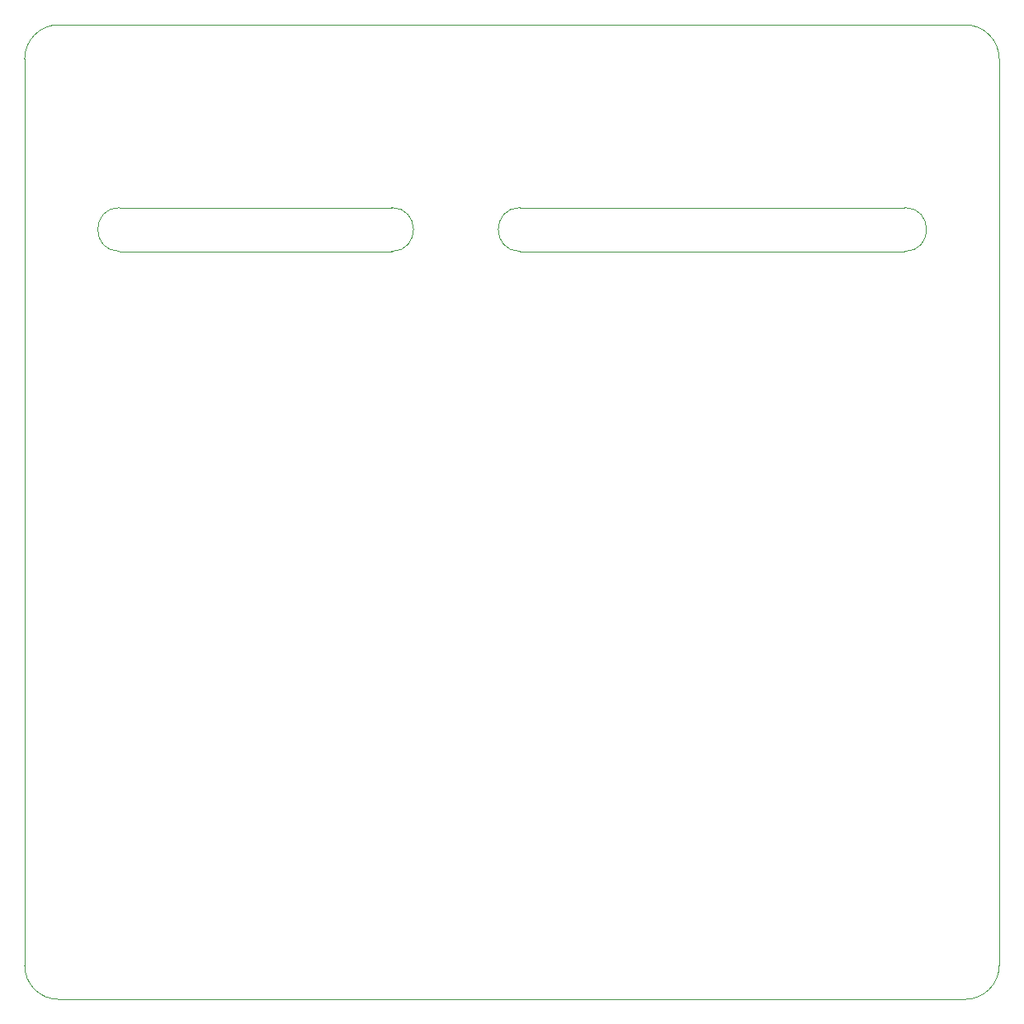
<source format=gm1>
G04 #@! TF.GenerationSoftware,KiCad,Pcbnew,(6.0.1)*
G04 #@! TF.CreationDate,2023-01-09T15:04:14+01:00*
G04 #@! TF.ProjectId,relow-solder-hot-plate,72656c6f-772d-4736-9f6c-6465722d686f,rev?*
G04 #@! TF.SameCoordinates,Original*
G04 #@! TF.FileFunction,Profile,NP*
%FSLAX46Y46*%
G04 Gerber Fmt 4.6, Leading zero omitted, Abs format (unit mm)*
G04 Created by KiCad (PCBNEW (6.0.1)) date 2023-01-09 15:04:14*
%MOMM*%
%LPD*%
G01*
G04 APERTURE LIST*
G04 #@! TA.AperFunction,Profile*
%ADD10C,0.050000*%
G04 #@! TD*
G04 APERTURE END LIST*
D10*
X160000000Y-63500000D02*
G75*
G03*
X156500000Y-60000000I-3499999J1D01*
G01*
X60000000Y-156500000D02*
X60000000Y-63500000D01*
X69750000Y-78750000D02*
G75*
G03*
X69750000Y-83250000I0J-2250000D01*
G01*
X97650000Y-78750000D02*
X69750000Y-78750000D01*
X60000000Y-156500000D02*
G75*
G03*
X63500000Y-160000000I3499999J-1D01*
G01*
X110850000Y-78750000D02*
G75*
G03*
X110850000Y-83250000I0J-2250000D01*
G01*
X156500000Y-160000000D02*
G75*
G03*
X160000000Y-156500000I1J3499999D01*
G01*
X156500000Y-160000000D02*
X63500000Y-160000000D01*
X69750000Y-83250000D02*
X97650000Y-83250000D01*
X150300000Y-83250000D02*
G75*
G03*
X150300000Y-78750000I0J2250000D01*
G01*
X150300000Y-83250000D02*
X110850000Y-83250000D01*
X63500000Y-60000000D02*
G75*
G03*
X60000000Y-63500000I-1J-3499999D01*
G01*
X63500000Y-60000000D02*
X156500000Y-60000000D01*
X110850000Y-78750000D02*
X150300000Y-78750000D01*
X97650000Y-83250000D02*
G75*
G03*
X97650000Y-78750000I0J2250000D01*
G01*
X160000000Y-63500000D02*
X160000000Y-156500000D01*
M02*

</source>
